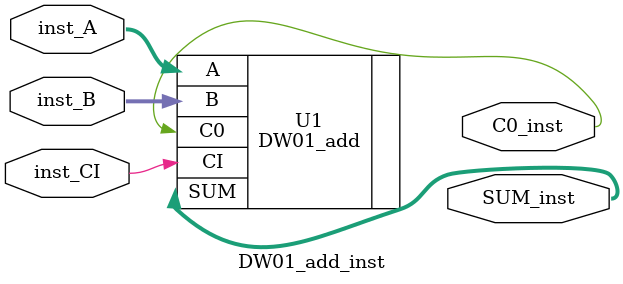
<source format=v>
/*
 * Project name   :
 * File name      : DW01_add_inst.v
 * Created date   : Th09 19 2018
 * Author         : Van-Nam DINH 
 * Last modified  : Th09 19 2018 18:54
 * Desc           :
 */

module DW01_add_inst( inst_A, inst_B, inst_CI, SUM_inst, C0_inst);
    parameter   width = 8;

    input   [width-1:0]     inst_A;
    input   [width-1:0]     inst_B;
    input   inst_CI;
    output  [width-1:0]     SUM_inst;
    output  C0_inst;

    //Instance of DW01_add
    DW01_add #(width)
        U1 (.A(inst_A), .B(inst_B), .CI(inst_CI), .SUM(SUM_inst), .C0(C0_inst));
endmodule

</source>
